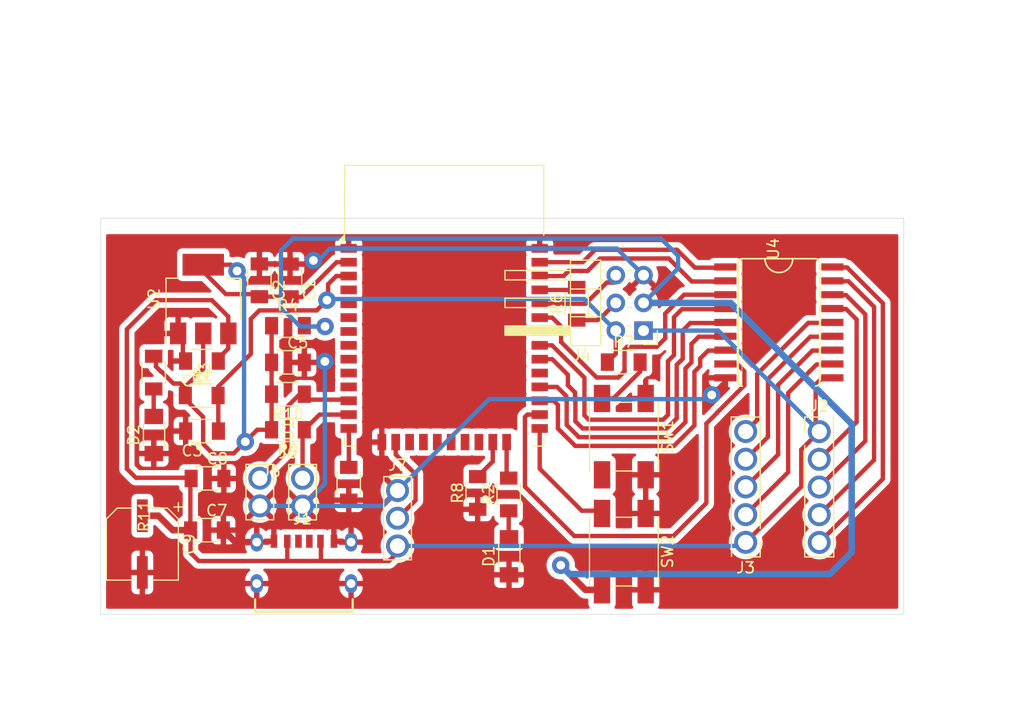
<source format=kicad_pcb>
(kicad_pcb (version 20241229) (generator "pcbnew") (generator_version "9.0")
  (layers (0 "F.Cu" signal) (2 "B.Cu" signal) (13 "F.Paste" user) (15 "B.Paste" user) (5 "F.SilkS" user "F.Silkscreen") (7 "B.SilkS" user "B.Silkscreen") (1 "F.Mask" user) (3 "B.Mask" user) (25 "Edge.Cuts" user))
  (net 0 "")
  (net 1 "PWR_GND")
  (net 2 "VDD")
  (net 3 "EN")
  (net 4 "PWR_5V")
  (net 5 "Net-(D1-A)")
  (net 6 "Net-(D2-A)")
  (net 7 "TX")
  (net 8 "OUT2")
  (net 9 "OUT3")
  (net 10 "OUT4")
  (net 11 "OUT1")
  (net 12 "OUT6")
  (net 13 "OUT7")
  (net 14 "OUT8")
  (net 15 "OUT5")
  (net 16 "Y Lim")
  (net 17 "X Lim")
  (net 18 "Servo")
  (net 19 "GPIO0")
  (net 20 "GPIO2")
  (net 21 "RX")
  (net 22 "GPIO15")
  (net 23 "IN5")
  (net 28 "IN6")
  (net 33 "IN1")
  (net 34 "IN8")
  (net 35 "IN3")
  (net 36 "IN2")
  (net 37 "IN4")
  (net 41 "IN7")
  (net 47 "GPIO12")
  (footprint "fab:SOT-223-3_TabPin2" (layer "F.Cu") (at 65.04 98.9 90)
    (property "Reference" "U2")
    (property "Value" "Regulator_Linear_3.3V_1A_DiodesIncorporated")
  )
  (footprint "Connector_PinHeader_2.54mm:PinHeader_2x03_P2.54mm_Horizontal" (layer "F.Cu") (at 105.37 101.79 180)
    (property "Reference" "J4")
    (property "Value" "Conn_02x03_Counter_Clockwise")
  )
  (footprint "fab:R_1206" (layer "F.Cu") (at 93.02 116.81 90)
    (property "Reference" "R2")
    (property "Value" "100")
  )
  (footprint "fab:R_1206" (layer "F.Cu") (at 72.8 107.62 180)
    (property "Reference" "R10")
    (property "Value" "R_1206")
  )
  (footprint "fab:PinHeader_01x05_P2.54mm_Vertical_THT_D1.4mm" (layer "F.Cu") (at 114.73 121.2 180)
    (property "Reference" "J3")
    (property "Value" "PinHeader_01x05_P2.54mm_Vertical_THT_D1.4mm")
  )
  (footprint "ULN2803:SO18L" (layer "F.Cu") (at 117.77 101.04 -90)
    (property "Reference" "U4")
    (property "Value" "ULN2803")
  )
  (footprint "fab:C_1206" (layer "F.Cu") (at 65.38 120.08)
    (property "Reference" "C7")
    (property "Value" "C_1206")
  )
  (footprint "fab:LED_1206" (layer "F.Cu") (at 60.51 111.36 90)
    (property "Reference" "D2")
    (property "Value" "Green")
  )
  (footprint "fab:PinHeader_01x03_P2.54mm_Vertical_THT_D1.4mm" (layer "F.Cu") (at 82.84 116.45)
    (property "Reference" "J7")
    (property "Value" "PinHeader_01x03_P2.54mm_Vertical_THT_D1.4mm")
  )
  (footprint "fab:C_1206" (layer "F.Cu") (at 64.92 104.58 180)
    (property "Reference" "C4")
    (property "Value" "22uF")
  )
  (footprint "fab:R_1206" (layer "F.Cu") (at 72.8 110.88 180)
    (property "Reference" "R9")
    (property "Value" "R_1206")
  )
  (footprint "fab:CP_Elec_100uF_Panasonic_EEE-FN1E101UL" (layer "F.Cu") (at 59.46 121.36 -90)
    (property "Reference" "C9")
    (property "Value" "CP_Elec_100uF_Panasonic_EEE-FN1E101UL")
  )
  (footprint "fab:PinHeader_01x02_P2.54mm_Vertical_THT_D1.4mm" (layer "F.Cu") (at 74.14 115.33)
    (property "Reference" "J5")
    (property "Value" "PinHeader_01x02_P2.54mm_Vertical_THT_D1.4mm")
  )
  (footprint "fab:R_1206" (layer "F.Cu") (at 72.8 101.34)
    (property "Reference" "R4")
    (property "Value" "10K")
  )
  (footprint "fab:LED_1206" (layer "F.Cu") (at 93.05 122.4775 90)
    (property "Reference" "D1")
    (property "Value" "Red")
  )
  (footprint "fab:C_1206" (layer "F.Cu") (at 64.93 111 180)
    (property "Reference" "C3")
    (property "Value" "C_1206")
  )
  (footprint "USB4125-GF-A_REVA2:GCT_USB4125-GF-A_REVA2" (layer "F.Cu") (at 74.26 124.18)
    (property "Reference" "J1")
    (property "Value" "USB4125-GF-A_REVA2")
  )
  (footprint "fab:R_1206" (layer "F.Cu") (at 103.56 104.68)
    (property "Reference" "R7")
    (property "Value" "0")
  )
  (footprint "fab:R_1206" (layer "F.Cu") (at 90.18 116.67 90)
    (property "Reference" "R8")
    (property "Value" "10K")
  )
  (footprint "fab:C_1206" (layer "F.Cu") (at 70.18288 97.180337 -90)
    (property "Reference" "C2")
    (property "Value" "0.1uF")
  )
  (footprint "fab:Button_Omron_B3SN_6.0x6.0mm" (layer "F.Cu") (at 103.57 122.05 -90)
    (property "Reference" "SW2")
    (property "Value" "Switch_Tactile_Omron")
  )
  (footprint "fab:C_1206" (layer "F.Cu") (at 72.8 104.7)
    (property "Reference" "C5")
    (property "Value" "22uF")
  )
  (footprint "RF_Module:ESP32-WROOM-32D" (layer "F.Cu") (at 87.11 102.5)
    (property "Reference" "U1")
    (property "Value" "ESP32-WROOM-32E")
  )
  (footprint "fab:PinHeader_01x02_P2.54mm_Vertical_THT_D1.4mm" (layer "F.Cu") (at 70.22 115.32)
    (property "Reference" "J6")
    (property "Value" "PinHeader_01x02_P2.54mm_Vertical_THT_D1.4mm")
  )
  (footprint "fab:C_1206" (layer "F.Cu") (at 72.99288 97.190337 -90)
    (property "Reference" "C1")
    (property "Value" "10uF")
  )
  (footprint "fab:PinHeader_01x05_P2.54mm_Vertical_THT_D1.4mm" (layer "F.Cu") (at 121.47 111.05)
    (property "Reference" "J2")
    (property "Value" "PinHeader_01x05_P2.54mm_Vertical_THT_D1.4mm")
  )
  (footprint "fab:R_1206" (layer "F.Cu") (at 60.5 105.64 -90)
    (property "Reference" "R3")
    (property "Value" "100")
  )
  (footprint "fab:R_1206" (layer "F.Cu") (at 64.9 107.74)
    (property "Reference" "R1")
    (property "Value" "10K")
  )
  (footprint "fab:R_1206" (layer "F.Cu") (at 99.25 99.33 90)
    (property "Reference" "R6")
    (property "Value" "0")
  )
  (footprint "fab:C_1206" (layer "F.Cu") (at 65.43 115.34)
    (property "Reference" "C8")
    (property "Value" "C_1206")
  )
  (footprint "fab:R_1206" (layer "F.Cu") (at 78.37 115.83 90)
    (property "Reference" "R11")
    (property "Value" "10K")
  )
  (footprint "fab:Button_Omron_B3SN_6.0x6.0mm" (layer "F.Cu") (at 103.57 111.51 -90)
    (property "Reference" "SW1")
    (property "Value" "Switch_Tactile_Omron")
  )
  (gr_rect (start 55.64 91.49) (end 129.21 127.79) (stroke (width 0.05)) (fill no) (layer "Edge.Cuts"))
  (segment (start 67.98 121.18) (end 66.88 120.08) (width 0.6) (layer "F.Cu") (net 1))
  (segment (start 76.69 94.25) (end 78.36 94.25) (width 0.4) (layer "F.Cu") (net 1))
  (segment (start 76.1 104.7) (end 76.18 104.62) (width 0.4) (layer "F.Cu") (net 1))
  (segment (start 75.58 95.36) (end 76.69 94.25) (width 0.4) (layer "F.Cu") (net 1))
  (segment (start 63.17 104.33) (end 63.42 104.58) (width 0.4) (layer "F.Cu") (net 1))
  (segment (start 75.13 95.36) (end 75.58 95.36) (width 0.4) (layer "F.Cu") (net 1))
  (segment (start 62.74 102.05) (end 63.17 102.48) (width 0.4) (layer "F.Cu") (net 1))
  (segment (start 112.8678 106.4422) (end 112.8678 106.12) (width 0.4) (layer "F.Cu") (net 1))
  (segment (start 63.17 102.48) (end 63.17 104.33) (width 0.4) (layer "F.Cu") (net 1))
  (segment (start 95.9 94.29) (end 95.86 94.25) (width 0.4) (layer "F.Cu") (net 1))
  (segment (start 69.94 121.18) (end 67.98 121.18) (width 0.6) (layer "F.Cu") (net 1))
  (segment (start 74.3 104.7) (end 76.1 104.7) (width 0.4) (layer "F.Cu") (net 1))
  (segment (start 111.62 107.69) (end 112.8678 106.4422) (width 0.4) (layer "F.Cu") (net 1))
  (via (at 111.62 107.69) (size 1.6) (drill 0.8) (layers "F.Cu" "B.Cu") (net 1))
  (via (at 75.13 95.36) (size 1.6) (drill 0.8) (layers "F.Cu" "B.Cu") (net 1))
  (via (at 76.18 104.62) (size 1.6) (drill 0.8) (layers "F.Cu" "B.Cu") (net 1))
  (segment (start 74.14 117.87) (end 81.42 117.87) (width 0.4) (layer "B.Cu") (net 1))
  (segment (start 76.244166 94.695834) (end 76.244166 94.66) (width 0.4) (layer "B.Cu") (net 1))
  (segment (start 76.18 115.83) (end 74.14 117.87) (width 0.4) (layer "B.Cu") (net 1))
  (segment (start 75.58 95.36) (end 76.244166 94.695834) (width 0.4) (layer "B.Cu") (net 1))
  (segment (start 75.13 95.36) (end 75.58 95.36) (width 0.4) (layer "B.Cu") (net 1))
  (segment (start 76.18 104.62) (end 76.18 115.83) (width 0.4) (layer "B.Cu") (net 1))
  (segment (start 76.244166 94.66) (end 76.634166 94.27) (width 0.4) (layer "B.Cu") (net 1))
  (segment (start 70.22 117.86) (end 74.13 117.86) (width 0.4) (layer "B.Cu") (net 1))
  (segment (start 76.634166 94.27) (end 102.93 94.27) (width 0.4) (layer "B.Cu") (net 1))
  (segment (start 111.24 108.07) (end 91.22 108.07) (width 0.4) (layer "B.Cu") (net 1))
  (segment (start 81.42 117.87) (end 82.84 116.45) (width 0.4) (layer "B.Cu") (net 1))
  (segment (start 74.13 117.86) (end 74.14 117.87) (width 0.4) (layer "B.Cu") (net 1))
  (segment (start 91.22 108.07) (end 82.84 116.45) (width 0.4) (layer "B.Cu") (net 1))
  (segment (start 102.93 94.27) (end 105.37 96.71) (width 0.4) (layer "B.Cu") (net 1))
  (segment (start 111.62 107.69) (end 111.24 108.07) (width 0.4) (layer "B.Cu") (net 1))
  (segment (start 65.03 95.76) (end 65.03 96.37) (width 0.4) (layer "F.Cu") (net 2))
  (segment (start 69.99 110.88) (end 68.89 111.98) (width 0.4) (layer "F.Cu") (net 2))
  (segment (start 65.03 96.37) (end 67.11 98.45) (width 0.4) (layer "F.Cu") (net 2))
  (segment (start 71.3 101.34) (end 71.3 110.88) (width 0.4) (layer "F.Cu") (net 2))
  (segment (start 60.5 104.14) (end 60.71 104.35) (width 0.4) (layer "F.Cu") (net 2))
  (segment (start 63.4 107.74) (end 63.42 107.72) (width 0.4) (layer "F.Cu") (net 2))
  (segment (start 74.05 98.72) (end 77.25 95.52) (width 0.4) (layer "F.Cu") (net 2))
  (segment (start 68.89 111.98) (end 67.83 113.04) (width 0.4) (layer "F.Cu") (net 2))
  (segment (start 61.22 105.56) (end 62.3 106.64) (width 0.4) (layer "F.Cu") (net 2))
  (segment (start 62.3 106.64) (end 62.91 106.64) (width 0.4) (layer "F.Cu") (net 2))
  (segment (start 72.98288 98.680337) (end 72.99288 98.690337) (width 0.4) (layer "F.Cu") (net 2))
  (segment (start 73.022543 98.72) (end 74.05 98.72) (width 0.4) (layer "F.Cu") (net 2))
  (segment (start 72.99288 98.690337) (end 73.022543 98.72) (width 0.4) (layer "F.Cu") (net 2))
  (segment (start 65.89 113.04) (end 65.03 112.18) (width 0.4) (layer "F.Cu") (net 2))
  (segment (start 62.91 106.64) (end 63.4 107.13) (width 0.4) (layer "F.Cu") (net 2))
  (segment (start 63.42 108.09) (end 63.42 107.76) (width 0.4) (layer "F.Cu") (net 2))
  (segment (start 67.11 98.45) (end 69.76 98.45) (width 0.4) (layer "F.Cu") (net 2))
  (segment (start 71.3 110.88) (end 69.99 110.88) (width 0.4) (layer "F.Cu") (net 2))
  (segment (start 61.18 105.56) (end 61.22 105.56) (width 0.4) (layer "F.Cu") (net 2))
  (segment (start 67.83 113.04) (end 65.89 113.04) (width 0.4) (layer "F.Cu") (net 2))
  (segment (start 70.18288 98.680337) (end 72.98288 98.680337) (width 0.4) (layer "F.Cu") (net 2))
  (segment (start 65.03 105.3) (end 65.03 102.06) (width 0.4) (layer "F.Cu") (net 2))
  (segment (start 69.76 98.45) (end 69.990337 98.680337) (width 0.4) (layer "F.Cu") (net 2))
  (segment (start 63.42 107.72) (end 63.42 106.91) (width 0.4) (layer "F.Cu") (net 2))
  (segment (start 65.03 102.06) (end 65.04 102.05) (width 0.4) (layer "F.Cu") (net 2))
  (segment (start 63.42 106.91) (end 65.03 105.3) (width 0.4) (layer "F.Cu") (net 2))
  (segment (start 63.42 107.76) (end 63.4 107.74) (width 0.4) (layer "F.Cu") (net 2))
  (segment (start 65.03 109.7) (end 63.42 108.09) (width 0.4) (layer "F.Cu") (net 2))
  (segment (start 60.71 105.09) (end 61.18 105.56) (width 0.4) (layer "F.Cu") (net 2))
  (segment (start 69.990337 98.680337) (end 70.18288 98.680337) (width 0.4) (layer "F.Cu") (net 2))
  (segment (start 63.4 107.13) (end 63.4 107.74) (width 0.4) (layer "F.Cu") (net 2))
  (segment (start 65.03 112.18) (end 65.03 109.7) (width 0.4) (layer "F.Cu") (net 2))
  (segment (start 65.04 95.75) (end 65.03 95.76) (width 0.4) (layer "F.Cu") (net 2))
  (segment (start 68.14 96.32) (end 67.57 95.75) (width 0.4) (layer "F.Cu") (net 2))
  (segment (start 60.71 104.35) (end 60.71 105.09) (width 0.4) (layer "F.Cu") (net 2))
  (segment (start 67.57 95.75) (end 65.04 95.75) (width 0.4) (layer "F.Cu") (net 2))
  (segment (start 77.25 95.52) (end 78.36 95.52) (width 0.4) (layer "F.Cu") (net 2))
  (via (at 68.89 111.98) (size 1.6) (drill 0.8) (layers "F.Cu" "B.Cu") (net 2))
  (via (at 68.14 96.32) (size 1.6) (drill 0.8) (layers "F.Cu" "B.Cu") (net 2))
  (segment (start 68.14 96.32) (end 68.78 96.96) (width 0.4) (layer "B.Cu") (net 2))
  (segment (start 68.78 96.96) (end 68.78 111.87) (width 0.4) (layer "B.Cu") (net 2))
  (segment (start 68.78 111.87) (end 68.89 111.98) (width 0.4) (layer "B.Cu") (net 2))
  (segment (start 69.4 100.72) (end 69.4 103.93) (width 0.4) (layer "F.Cu") (net 3))
  (segment (start 66.42 107.72) (end 66.4 107.74) (width 0.4) (layer "F.Cu") (net 3))
  (segment (start 77.228 96.79) (end 78.36 96.79) (width 0.4) (layer "F.Cu") (net 3))
  (segment (start 102.83 101.79) (end 102.83 103.91) (width 0.4) (layer "F.Cu") (net 3))
  (segment (start 76.371767 99.000234) (end 75.433 99.939) (width 0.4) (layer "F.Cu") (net 3))
  (segment (start 102.83 103.91) (end 102.06 104.68) (width 0.4) (layer "F.Cu") (net 3))
  (segment (start 105.06 105.55) (end 102.6 108.01) (width 0.4) (layer "F.Cu") (net 3))
  (segment (start 70.181 99.939) (end 69.4 100.72) (width 0.4) (layer "F.Cu") (net 3))
  (segment (start 76.48 98.892001) (end 76.48 97.538) (width 0.4) (layer "F.Cu") (net 3))
  (segment (start 75.433 99.939) (end 70.181 99.939) (width 0.4) (layer "F.Cu") (net 3))
  (segment (start 105.06 104.68) (end 105.06 105.55) (width 0.4) (layer "F.Cu") (net 3))
  (segment (start 76.371767 99.000234) (end 76.48 98.892001) (width 0.4) (layer "F.Cu") (net 3))
  (segment (start 66.42 107.76) (end 66.42 110.99) (width 0.4) (layer "F.Cu") (net 3))
  (segment (start 66.4 107.74) (end 66.42 107.76) (width 0.4) (layer "F.Cu") (net 3))
  (segment (start 66.42 110.99) (end 66.43 111) (width 0.4) (layer "F.Cu") (net 3))
  (segment (start 66.42 106.91) (end 66.42 107.72) (width 0.4) (layer "F.Cu") (net 3))
  (segment (start 76.48 97.538) (end 77.228 96.79) (width 0.4) (layer "F.Cu") (net 3))
  (segment (start 69.4 103.93) (end 66.42 106.91) (width 0.4) (layer "F.Cu") (net 3))
  (segment (start 102.6 108.01) (end 101.48 108.01) (width 0.4) (layer "F.Cu") (net 3))
  (via (at 76.371767 99.000234) (size 1.6) (drill 0.8) (layers "F.Cu" "B.Cu") (net 3))
  (segment (start 76.480001 98.892) (end 99.932 98.892) (width 0.4) (layer "B.Cu") (net 3))
  (segment (start 76.371767 99.000234) (end 76.480001 98.892) (width 0.4) (layer "B.Cu") (net 3))
  (segment (start 99.932 98.892) (end 102.83 101.79) (width 0.4) (layer "B.Cu") (net 3))
  (segment (start 67.33 103.43) (end 66.42 104.34) (width 0.4) (layer "F.Cu") (net 4))
  (segment (start 72.74 121.1) (end 72.74 122.89) (width 0.4) (layer "F.Cu") (net 4))
  (segment (start 75.82 122.84) (end 75.89 122.91) (width 0.4) (layer "F.Cu") (net 4))
  (segment (start 58.04 114.45) (end 58.87 115.28) (width 0.4) (layer "F.Cu") (net 4))
  (segment (start 63.93 115.34) (end 63.86 115.41) (width 0.4) (layer "F.Cu") (net 4))
  (segment (start 121.74 106.12) (end 122.6722 106.12) (width 0.4) (layer "F.Cu") (net 4))
  (segment (start 62.25 120.08) (end 63.88 120.08) (width 0.6) (layer "F.Cu") (net 4))
  (segment (start 63.88 122.16) (end 63.88 120.08) (width 0.4) (layer "F.Cu") (net 4))
  (segment (start 114.73 121.2) (end 119.819 116.111) (width 0.4) (layer "F.Cu") (net 4))
  (segment (start 82.05 122.91) (end 75.89 122.91) (width 0.4) (layer "F.Cu") (net 4))
  (segment (start 72.76 122.91) (end 64.63 122.91) (width 0.4) (layer "F.Cu") (net 4))
  (segment (start 67.34 102.05) (end 67.33 102.06) (width 0.4) (layer "F.Cu") (net 4))
  (segment (start 119.819 116.111) (end 119.819 112.701) (width 0.4) (layer "F.Cu") (net 4))
  (segment (start 121.14 110.72) (end 121.14 106.72) (width 0.4) (layer "F.Cu") (net 4))
  (segment (start 75.89 122.91) (end 72.76 122.91) (width 0.4) (layer "F.Cu") (net 4))
  (segment (start 60.93 118.76) (end 62.25 120.08) (width 0.6) (layer "F.Cu") (net 4))
  (segment (start 67.34 102.05) (end 67.33 102.04) (width 0.4) (layer "F.Cu") (net 4))
  (segment (start 121.47 111.05) (end 121.14 110.72) (width 0.4) (layer "F.Cu") (net 4))
  (segment (start 64.63 122.91) (end 63.88 122.16) (width 0.4) (layer "F.Cu") (net 4))
  (segment (start 67.33 102.06) (end 67.33 103.43) (width 0.4) (layer "F.Cu") (net 4))
  (segment (start 66.42 104.34) (end 66.42 104.58) (width 0.4) (layer "F.Cu") (net 4))
  (segment (start 58.87 115.28) (end 63.87 115.28) (width 0.4) (layer "F.Cu") (net 4))
  (segment (start 121.14 106.72) (end 121.74 106.12) (width 0.4) (layer "F.Cu") (net 4))
  (segment (start 58.04 101.67) (end 58.04 114.45) (width 0.4) (layer "F.Cu") (net 4))
  (segment (start 59.46 118.76) (end 60.93 118.76) (width 0.6) (layer "F.Cu") (net 4))
  (segment (start 63.86 120.06) (end 63.88 120.08) (width 0.4) (layer "F.Cu") (net 4))
  (segment (start 63.87 115.28) (end 63.93 115.34) (width 0.4) (layer "F.Cu") (net 4))
  (segment (start 82.84 121.53) (end 82.84 122.12) (width 0.4) (layer "F.Cu") (net 4))
  (segment (start 60.71 99) (end 58.04 101.67) (width 0.4) (layer "F.Cu") (net 4))
  (segment (start 67.33 100.508) (end 65.822 99) (width 0.4) (layer "F.Cu") (net 4))
  (segment (start 82.84 122.12) (end 82.05 122.91) (width 0.4) (layer "F.Cu") (net 4))
  (segment (start 67.33 102.04) (end 67.33 100.508) (width 0.4) (layer "F.Cu") (net 4))
  (segment (start 63.86 115.41) (end 63.86 120.06) (width 0.4) (layer "F.Cu") (net 4))
  (segment (start 75.82 121.14) (end 75.82 122.84) (width 0.4) (layer "F.Cu") (net 4))
  (segment (start 72.74 122.89) (end 72.76 122.91) (width 0.4) (layer "F.Cu") (net 4))
  (segment (start 119.819 112.701) (end 121.47 111.05) (width 0.4) (layer "F.Cu") (net 4))
  (segment (start 75.78 121.1) (end 75.82 121.14) (width 0.4) (layer "F.Cu") (net 4))
  (segment (start 65.822 99) (end 60.71 99) (width 0.4) (layer "F.Cu") (net 4))
  (segment (start 82.84 121.53) (end 114.4 121.53) (width 0.4) (layer "B.Cu") (net 4))
  (segment (start 105.37 101.79) (end 112.21 101.79) (width 0.4) (layer "B.Cu") (net 4))
  (segment (start 114.4 121.53) (end 114.73 121.2) (width 0.4) (layer "B.Cu") (net 4))
  (segment (start 112.21 101.79) (end 121.47 111.05) (width 0.4) (layer "B.Cu") (net 4))
  (segment (start 93.02 120.7475) (end 93.05 120.7775) (width 0.4) (layer "F.Cu") (net 5))
  (segment (start 93.02 118.31) (end 93.02 120.7475) (width 0.4) (layer "F.Cu") (net 5))
  (segment (start 60.5 109.65) (end 60.51 109.66) (width 0.4) (layer "F.Cu") (net 6))
  (segment (start 60.5 107.14) (end 60.5 109.65) (width 0.4) (layer "F.Cu") (net 6))
  (segment (start 101.16 100.83) (end 101.45 100.54) (width 0.4) (layer "F.Cu") (net 7))
  (segment (start 101.54 100.54) (end 102.83 99.25) (width 0.4) (layer "F.Cu") (net 7))
  (segment (start 95.86 98.06) (end 99.02 98.06) (width 0.4) (layer "F.Cu") (net 7))
  (segment (start 99.25 100.83) (end 101.16 100.83) (width 0.4) (layer "F.Cu") (net 7))
  (segment (start 101.45 100.54) (end 101.54 100.54) (width 0.4) (layer "F.Cu") (net 7))
  (segment (start 99.02 98.06) (end 99.25 97.83) (width 0.4) (layer "F.Cu") (net 7))
  (segment (start 126.492 113.648) (end 126.492 99.612) (width 0.4) (layer "F.Cu") (net 8))
  (segment (start 121.47 118.67) (end 126.492 113.648) (width 0.4) (layer "F.Cu") (net 8))
  (segment (start 126.492 99.612) (end 124.15 97.27) (width 0.4) (layer "F.Cu") (net 8))
  (segment (start 124.15 97.27) (end 122.7122 97.27) (width 0.4) (layer "F.Cu") (net 8))
  (segment (start 122.7122 97.27) (end 122.6722 97.23) (width 0.4) (layer "F.Cu") (net 8))
  (segment (start 125.691 100.3028) (end 123.9282 98.54) (width 0.4) (layer "F.Cu") (net 9))
  (segment (start 123.9282 98.54) (end 122.7122 98.54) (width 0.4) (layer "F.Cu") (net 9))
  (segment (start 125.691 111.909) (end 125.691 100.3028) (width 0.4) (layer "F.Cu") (net 9))
  (segment (start 121.47 116.13) (end 125.691 111.909) (width 0.4) (layer "F.Cu") (net 9))
  (segment (start 122.7122 98.54) (end 122.6722 98.5) (width 0.4) (layer "F.Cu") (net 9))
  (segment (start 124.89 110.17) (end 124.89 100.7718) (width 0.4) (layer "F.Cu") (net 10))
  (segment (start 121.47 113.59) (end 124.89 110.17) (width 0.4) (layer "F.Cu") (net 10))
  (segment (start 122.7122 99.81) (end 122.6722 99.77) (width 0.4) (layer "F.Cu") (net 10))
  (segment (start 124.89 100.7718) (end 123.9282 99.81) (width 0.4) (layer "F.Cu") (net 10))
  (segment (start 123.9282 99.81) (end 122.7122 99.81) (width 0.4) (layer "F.Cu") (net 10))
  (segment (start 121.47 121.21) (end 127.293 115.387) (width 0.4) (layer "F.Cu") (net 11))
  (segment (start 127.293 99.280214) (end 124.012786 96) (width 0.4) (layer "F.Cu") (net 11))
  (segment (start 122.7122 96) (end 122.6722 95.96) (width 0.4) (layer "F.Cu") (net 11))
  (segment (start 124.012786 96) (end 122.7122 96) (width 0.4) (layer "F.Cu") (net 11))
  (segment (start 127.293 115.387) (end 127.293 99.280214) (width 0.4) (layer "F.Cu") (net 11))
  (segment (start 120.65 102.35) (end 122.6322 102.35) (width 0.4) (layer "F.Cu") (net 12))
  (segment (start 122.6322 102.35) (end 122.6722 102.31) (width 0.4) (layer "F.Cu") (net 12))
  (segment (start 116.77 106.23) (end 120.65 102.35) (width 0.4) (layer "F.Cu") (net 12))
  (segment (start 116.77 111.54) (end 116.77 106.23) (width 0.4) (layer "F.Cu") (net 12))
  (segment (start 114.73 113.58) (end 116.77 111.54) (width 0.4) (layer "F.Cu") (net 12))
  (segment (start 122.6322 103.62) (end 122.6722 103.58) (width 0.4) (layer "F.Cu") (net 13))
  (segment (start 117.7 113.15) (end 117.7 106.76) (width 0.4) (layer "F.Cu") (net 13))
  (segment (start 117.7 106.76) (end 120.84 103.62) (width 0.4) (layer "F.Cu") (net 13))
  (segment (start 114.73 116.12) (end 117.7 113.15) (width 0.4) (layer "F.Cu") (net 13))
  (segment (start 120.84 103.62) (end 122.6322 103.62) (width 0.4) (layer "F.Cu") (net 13))
  (segment (start 118.62 107.504) (end 121.234 104.89) (width 0.4) (layer "F.Cu") (net 14))
  (segment (start 121.234 104.89) (end 122.6322 104.89) (width 0.4) (layer "F.Cu") (net 14))
  (segment (start 114.73 118.66) (end 118.62 114.77) (width 0.4) (layer "F.Cu") (net 14))
  (segment (start 122.6322 104.89) (end 122.6722 104.85) (width 0.4) (layer "F.Cu") (net 14))
  (segment (start 118.62 114.77) (end 118.62 107.504) (width 0.4) (layer "F.Cu") (net 14))
  (segment (start 120.47 101.08) (end 122.6322 101.08) (width 0.4) (layer "F.Cu") (net 15))
  (segment (start 122.6322 101.08) (end 122.6722 101.04) (width 0.4) (layer "F.Cu") (net 15))
  (segment (start 115.78 105.77) (end 120.47 101.08) (width 0.4) (layer "F.Cu") (net 15))
  (segment (start 114.73 111.04) (end 115.78 109.99) (width 0.4) (layer "F.Cu") (net 15))
  (segment (start 115.78 109.99) (end 115.78 105.77) (width 0.4) (layer "F.Cu") (net 15))
  (segment (start 74.3 110.88) (end 75.69 109.49) (width 0.4) (layer "F.Cu") (net 16))
  (segment (start 74.14 115.33) (end 74.14 111.04) (width 0.4) (layer "F.Cu") (net 16))
  (segment (start 75.69 109.49) (end 78.36 109.49) (width 0.4) (layer "F.Cu") (net 16))
  (segment (start 74.14 111.04) (end 74.3 110.88) (width 0.4) (layer "F.Cu") (net 16))
  (segment (start 73.88 107.62) (end 72.76 108.74) (width 0.4) (layer "F.Cu") (net 17))
  (segment (start 74.8 108.12) (end 78.26 108.12) (width 0.4) (layer "F.Cu") (net 17))
  (segment (start 72.76 112.78) (end 70.22 115.32) (width 0.4) (layer "F.Cu") (net 17))
  (segment (start 74.3 107.62) (end 73.88 107.62) (width 0.4) (layer "F.Cu") (net 17))
  (segment (start 78.26 108.12) (end 78.36 108.22) (width 0.4) (layer "F.Cu") (net 17))
  (segment (start 72.76 108.74) (end 72.76 112.78) (width 0.4) (layer "F.Cu") (net 17))
  (segment (start 74.3 107.62) (end 74.8 108.12) (width 0.4) (layer "F.Cu") (net 17))
  (segment (start 82.84 118.99) (end 84.491 117.339) (width 0.4) (layer "F.Cu") (net 18))
  (segment (start 84.491 114.963) (end 82.67 113.142) (width 0.4) (layer "F.Cu") (net 18))
  (segment (start 84.491 117.339) (end 84.491 114.963) (width 0.4) (layer "F.Cu") (net 18))
  (segment (start 82.67 113.142) (end 82.67 112.01) (width 0.4) (layer "F.Cu") (net 18))
  (segment (start 99.71 118.3) (end 101.32 118.3) (width 0.4) (layer "F.Cu") (net 19))
  (segment (start 95.86 110.76) (end 95.86 114.45) (width 0.4) (layer "F.Cu") (net 19))
  (segment (start 76.2 101.41) (end 74.37 101.41) (width 0.4) (layer "F.Cu") (net 19))
  (segment (start 101.32 118.3) (end 101.57 118.55) (width 0.4) (layer "F.Cu") (net 19))
  (segment (start 95.86 114.45) (end 99.71 118.3) (width 0.4) (layer "F.Cu") (net 19))
  (segment (start 100.04 125.55) (end 97.79 123.3) (width 0.6) (layer "F.Cu") (net 19))
  (segment (start 101.57 125.55) (end 100.04 125.55) (width 0.6) (layer "F.Cu") (net 19))
  (segment (start 74.37 101.41) (end 74.3 101.34) (width 0.4) (layer "F.Cu") (net 19))
  (via (at 97.79 123.3) (size 1.6) (drill 0.8) (layers "F.Cu" "B.Cu") (net 19))
  (via (at 76.2 101.41) (size 1.6) (drill 0.8) (layers "F.Cu" "B.Cu") (net 19))
  (segment (start 124.44 122.1) (end 124.44 110.34) (width 0.6) (layer "B.Cu") (net 19))
  (segment (start 73.91 101.41) (end 72.16 99.66) (width 0.4) (layer "B.Cu") (net 19))
  (segment (start 106.97 93.36) (end 108.54 94.93) (width 0.4) (layer "B.Cu") (net 19))
  (segment (start 122.43 124.11) (end 124.44 122.1) (width 0.6) (layer "B.Cu") (net 19))
  (segment (start 124.44 110.34) (end 113.35 99.25) (width 0.6) (layer "B.Cu") (net 19))
  (segment (start 98.6 124.11) (end 122.43 124.11) (width 0.6) (layer "B.Cu") (net 19))
  (segment (start 108.54 94.93) (end 108.54 96.08) (width 0.4) (layer "B.Cu") (net 19))
  (segment (start 76.2 101.41) (end 73.91 101.41) (width 0.4) (layer "B.Cu") (net 19))
  (segment (start 113.35 99.25) (end 105.37 99.25) (width 0.6) (layer "B.Cu") (net 19))
  (segment (start 108.54 96.08) (end 105.37 99.25) (width 0.4) (layer "B.Cu") (net 19))
  (segment (start 72.16 99.66) (end 72.16 94.45) (width 0.4) (layer "B.Cu") (net 19))
  (segment (start 73.25 93.36) (end 106.97 93.36) (width 0.4) (layer "B.Cu") (net 19))
  (segment (start 97.79 123.3) (end 98.6 124.11) (width 0.6) (layer "B.Cu") (net 19))
  (segment (start 72.16 94.45) (end 73.25 93.36) (width 0.4) (layer "B.Cu") (net 19))
  (segment (start 92.83 112.01) (end 92.83 115.12) (width 0.4) (layer "F.Cu") (net 20))
  (segment (start 92.83 115.12) (end 93.02 115.31) (width 0.4) (layer "F.Cu") (net 20))
  (segment (start 95.86 99.33) (end 100.06 99.33) (width 0.4) (layer "F.Cu") (net 21))
  (segment (start 100.06 99.33) (end 102 97.39) (width 0.4) (layer "F.Cu") (net 21))
  (segment (start 102.64 97.39) (end 102.83 97.2) (width 0.4) (layer "F.Cu") (net 21))
  (segment (start 102 97.39) (end 102.64 97.39) (width 0.4) (layer "F.Cu") (net 21))
  (segment (start 102.83 97.2) (end 102.83 96.71) (width 0.4) (layer "F.Cu") (net 21))
  (segment (start 91.56 113.79) (end 91.56 112.01) (width 0.4) (layer "F.Cu") (net 22))
  (segment (start 90.18 115.17) (end 91.56 113.79) (width 0.4) (layer "F.Cu") (net 22))
  (segment (start 98.44 106.807214) (end 99.101 107.468215) (width 0.4) (layer "F.Cu") (net 23))
  (segment (start 99.101 107.468215) (end 99.101 107.908216) (width 0.4) (layer "F.Cu") (net 23))
  (segment (start 112.8278 101.08) (end 112.8678 101.04) (width 0.4) (layer "F.Cu") (net 23))
  (segment (start 107.495428 110.759) (end 108.411 109.843428) (width 0.4) (layer "F.Cu") (net 23))
  (segment (start 95.86 104.41) (end 97.01 104.41) (width 0.4) (layer "F.Cu") (net 23))
  (segment (start 99.132 108.271014) (end 99.132 110.106428) (width 0.4) (layer "F.Cu") (net 23))
  (segment (start 98.44 105.84) (end 98.44 106.807214) (width 0.4) (layer "F.Cu") (net 23))
  (segment (start 108.962 101.788) (end 109.65 101.1) (width 0.4) (layer "F.Cu") (net 23))
  (segment (start 99.132 107.939216) (end 99.132 107.939223) (width 0.4) (layer "F.Cu") (net 23))
  (segment (start 108.411 109.843428) (end 108.411 104.924568) (width 0.4) (layer "F.Cu") (net 23))
  (segment (start 99.132 110.106428) (end 99.784572 110.759) (width 0.4) (layer "F.Cu") (net 23))
  (segment (start 112.0878 101.1) (end 112.1078 101.08) (width 0.4) (layer "F.Cu") (net 23))
  (segment (start 97.01 104.41) (end 98.44 105.84) (width 0.4) (layer "F.Cu") (net 23))
  (segment (start 99.784572 110.759) (end 107.495428 110.759) (width 0.4) (layer "F.Cu") (net 23))
  (segment (start 108.962 104.373569) (end 108.962 101.788) (width 0.4) (layer "F.Cu") (net 23))
  (segment (start 99.132006 107.939229) (end 99.132 108.271014) (width 0.4) (layer "F.Cu") (net 23))
  (segment (start 99.132 107.939223) (end 99.132006 107.939229) (width 0.4) (layer "F.Cu") (net 23))
  (segment (start 109.65 101.1) (end 112.0878 101.1) (width 0.4) (layer "F.Cu") (net 23))
  (segment (start 99.101 107.908216) (end 99.132 107.939216) (width 0.4) (layer "F.Cu") (net 23))
  (segment (start 112.1078 101.08) (end 112.8278 101.08) (width 0.4) (layer "F.Cu") (net 23))
  (segment (start 108.411 104.924568) (end 108.962 104.373569) (width 0.4) (layer "F.Cu") (net 23))
  (segment (start 109.212 105.256354) (end 109.763001 104.705353) (width 0.4) (layer "F.Cu") (net 28))
  (segment (start 97.45 106.95) (end 98.3 107.8) (width 0.4) (layer "F.Cu") (net 28))
  (segment (start 109.212 110.175214) (end 109.212 105.256354) (width 0.4) (layer "F.Cu") (net 28))
  (segment (start 98.331 110.438214) (end 99.452786 111.56) (width 0.4) (layer "F.Cu") (net 28))
  (segment (start 98.331 108.271001) (end 98.331 110.438214) (width 0.4) (layer "F.Cu") (net 28))
  (segment (start 112.8278 102.35) (end 112.8678 102.31) (width 0.4) (layer "F.Cu") (net 28))
  (segment (start 107.827214 111.56) (end 109.212 110.175214) (width 0.4) (layer "F.Cu") (net 28))
  (segment (start 98.3 107.8) (end 98.3 108.24) (width 0.4) (layer "F.Cu") (net 28))
  (segment (start 99.452786 111.56) (end 107.827214 111.56) (width 0.4) (layer "F.Cu") (net 28))
  (segment (start 95.86 106.95) (end 97.45 106.95) (width 0.4) (layer "F.Cu") (net 28))
  (segment (start 109.763001 104.705353) (end 109.763001 103.016999) (width 0.4) (layer "F.Cu") (net 28))
  (segment (start 109.763001 103.016999) (end 110.43 102.35) (width 0.4) (layer "F.Cu") (net 28))
  (segment (start 110.43 102.35) (end 112.8278 102.35) (width 0.4) (layer "F.Cu") (net 28))
  (segment (start 98.3 108.24) (end 98.331 108.271001) (width 0.4) (layer "F.Cu") (net 28))
  (segment (start 112.0878 96.02) (end 112.1078 96) (width 0.4) (layer "F.Cu") (net 33))
  (segment (start 99.8 95.52) (end 100.94 94.38) (width 0.4) (layer "F.Cu") (net 33))
  (segment (start 110.08 96.02) (end 112.0878 96.02) (width 0.4) (layer "F.Cu") (net 33))
  (segment (start 108.44 94.38) (end 110.08 96.02) (width 0.4) (layer "F.Cu") (net 33))
  (segment (start 112.8278 96) (end 112.8678 95.96) (width 0.4) (layer "F.Cu") (net 33))
  (segment (start 95.86 95.52) (end 99.8 95.52) (width 0.4) (layer "F.Cu") (net 33))
  (segment (start 100.94 94.38) (end 108.44 94.38) (width 0.4) (layer "F.Cu") (net 33))
  (segment (start 112.1078 96) (end 112.8278 96) (width 0.4) (layer "F.Cu") (net 33))
  (segment (start 114.61 105.514) (end 114.61 106.806) (width 0.4) (layer "F.Cu") (net 34))
  (segment (start 111.13 117.6) (end 108.11 120.62) (width 0.4) (layer "F.Cu") (net 34))
  (segment (start 108.11 120.62) (end 99.03 120.62) (width 0.4) (layer "F.Cu") (net 34))
  (segment (start 112.9078 104.89) (end 113.986 104.89) (width 0.4) (layer "F.Cu") (net 34))
  (segment (start 111.13 110.31) (end 111.13 117.6) (width 0.4) (layer "F.Cu") (net 34))
  (segment (start 112.8678 104.85) (end 112.9078 104.89) (width 0.4) (layer "F.Cu") (net 34))
  (segment (start 94.509 116.099) (end 94.509 109.709) (width 0.4) (layer "F.Cu") (net 34))
  (segment (start 94.509 109.709) (end 94.728 109.49) (width 0.4) (layer "F.Cu") (net 34))
  (segment (start 94.728 109.49) (end 95.86 109.49) (width 0.4) (layer "F.Cu") (net 34))
  (segment (start 112.116 109.324) (end 111.13 110.31) (width 0.4) (layer "F.Cu") (net 34))
  (segment (start 99.03 120.62) (end 94.509 116.099) (width 0.4) (layer "F.Cu") (net 34))
  (segment (start 114.61 106.806) (end 112.116 109.3) (width 0.4) (layer "F.Cu") (net 34))
  (segment (start 112.116 109.3) (end 112.116 109.324) (width 0.4) (layer "F.Cu") (net 34))
  (segment (start 113.986 104.89) (end 114.61 105.514) (width 0.4) (layer "F.Cu") (net 34))
  (segment (start 103.859 103.279) (end 106.581 103.279) (width 0.4) (layer "F.Cu") (net 35))
  (segment (start 97.01 100.6) (end 97.82 101.41) (width 0.4) (layer "F.Cu") (net 35))
  (segment (start 103.63 105.391) (end 103.631 105.39) (width 0.4) (layer "F.Cu") (net 35))
  (segment (start 97.82 102.835214) (end 101.074786 106.09) (width 0.4) (layer "F.Cu") (net 35))
  (segment (start 107.36 100.227214) (end 109.087214 98.5) (width 0.4) (layer "F.Cu") (net 35))
  (segment (start 95.86 100.6) (end 97.01 100.6) (width 0.4) (layer "F.Cu") (net 35))
  (segment (start 103.631 105.39) (end 103.631 103.507) (width 0.4) (layer "F.Cu") (net 35))
  (segment (start 101.074786 106.09) (end 103.065214 106.09) (width 0.4) (layer "F.Cu") (net 35))
  (segment (start 103.631 103.507) (end 103.859 103.279) (width 0.4) (layer "F.Cu") (net 35))
  (segment (start 106.581 103.279) (end 107.36 102.5) (width 0.4) (layer "F.Cu") (net 35))
  (segment (start 109.087214 98.5) (end 112.8678 98.5) (width 0.4) (layer "F.Cu") (net 35))
  (segment (start 103.63 105.525214) (end 103.63 105.391) (width 0.4) (layer "F.Cu") (net 35))
  (segment (start 107.36 102.5) (end 107.36 100.227214) (width 0.4) (layer "F.Cu") (net 35))
  (segment (start 103.065214 106.09) (end 103.63 105.525214) (width 0.4) (layer "F.Cu") (net 35))
  (segment (start 97.82 101.41) (end 97.82 102.835214) (width 0.4) (layer "F.Cu") (net 35))
  (segment (start 101.389 95.181) (end 107.6906 95.181) (width 0.4) (layer "F.Cu") (net 36))
  (segment (start 98.041 96.79) (end 98.51 96.321) (width 0.4) (layer "F.Cu") (net 36))
  (segment (start 112.8278 97.27) (end 112.8678 97.23) (width 0.4) (layer "F.Cu") (net 36))
  (segment (start 112.1078 97.27) (end 112.8278 97.27) (width 0.4) (layer "F.Cu") (net 36))
  (segment (start 112.0878 97.29) (end 112.1078 97.27) (width 0.4) (layer "F.Cu") (net 36))
  (segment (start 95.86 96.79) (end 98.041 96.79) (width 0.4) (layer "F.Cu") (net 36))
  (segment (start 107.6906 95.181) (end 109.7996 97.29) (width 0.4) (layer "F.Cu") (net 36))
  (segment (start 98.51 96.321) (end 100.249 96.321) (width 0.4) (layer "F.Cu") (net 36))
  (segment (start 100.249 96.321) (end 101.389 95.181) (width 0.4) (layer "F.Cu") (net 36))
  (segment (start 109.7996 97.29) (end 112.0878 97.29) (width 0.4) (layer "F.Cu") (net 36))
  (segment (start 112.1078 99.81) (end 112.8278 99.81) (width 0.4) (layer "F.Cu") (net 37))
  (segment (start 108.89 99.83) (end 112.0878 99.83) (width 0.4) (layer "F.Cu") (net 37))
  (segment (start 99.96 106.108) (end 99.96 109.56) (width 0.4) (layer "F.Cu") (net 37))
  (segment (start 99.96 109.56) (end 100.358 109.958) (width 0.4) (layer "F.Cu") (net 37))
  (segment (start 108.161 100.559) (end 108.89 99.83) (width 0.4) (layer "F.Cu") (net 37))
  (segment (start 107.61 109.511642) (end 107.61 104.592783) (width 0.4) (layer "F.Cu") (net 37))
  (segment (start 108.161 104.041785) (end 108.161 100.559) (width 0.4) (layer "F.Cu") (net 37))
  (segment (start 96.992 103.14) (end 99.96 106.108) (width 0.4) (layer "F.Cu") (net 37))
  (segment (start 112.8278 99.81) (end 112.8678 99.77) (width 0.4) (layer "F.Cu") (net 37))
  (segment (start 100.358 109.958) (end 107.163642 109.958) (width 0.4) (layer "F.Cu") (net 37))
  (segment (start 112.0878 99.83) (end 112.1078 99.81) (width 0.4) (layer "F.Cu") (net 37))
  (segment (start 107.163642 109.958) (end 107.61 109.511642) (width 0.4) (layer "F.Cu") (net 37))
  (segment (start 107.61 104.592783) (end 108.161 104.041785) (width 0.4) (layer "F.Cu") (net 37))
  (segment (start 95.86 103.14) (end 96.992 103.14) (width 0.4) (layer "F.Cu") (net 37))
  (segment (start 97.53 110.77) (end 99.121 112.361) (width 0.4) (layer "F.Cu") (net 41))
  (segment (start 97.53 108.602786) (end 97.53 110.77) (width 0.4) (layer "F.Cu") (net 41))
  (segment (start 110.564001 105.037138) (end 110.564001 104.347799) (width 0.4) (layer "F.Cu") (net 41))
  (segment (start 112.8278 103.62) (end 112.8678 103.58) (width 0.4) (layer "F.Cu") (net 41))
  (segment (start 110.03557 105.56557) (end 110.564001 105.037138) (width 0.4) (layer "F.Cu") (net 41))
  (segment (start 110.03557 110.48443) (end 110.03557 105.56557) (width 0.4) (layer "F.Cu") (net 41))
  (segment (start 110.564001 104.347799) (end 111.2918 103.62) (width 0.4) (layer "F.Cu") (net 41))
  (segment (start 95.86 108.22) (end 97.147214 108.22) (width 0.4) (layer "F.Cu") (net 41))
  (segment (start 111.2918 103.62) (end 112.8278 103.62) (width 0.4) (layer "F.Cu") (net 41))
  (segment (start 108.159 112.361) (end 110.03557 110.48443) (width 0.4) (layer "F.Cu") (net 41))
  (segment (start 99.121 112.361) (end 108.159 112.361) (width 0.4) (layer "F.Cu") (net 41))
  (segment (start 97.147214 108.22) (end 97.53 108.602786) (width 0.4) (layer "F.Cu") (net 41))
  (segment (start 78.37 114.33) (end 78.38 114.32) (width 0.4) (layer "F.Cu") (net 47))
  (segment (start 78.38 114.32) (end 78.38 110.78) (width 0.4) (layer "F.Cu") (net 47))
  (segment (start 78.38 110.78) (end 78.36 110.76) (width 0.4) (layer "F.Cu") (net 47))
  (zone (net 1) (net_name "PWR_GND") (layer "F.Cu") (connect_pads (clearance 0.5)) (min_thickness 0.25) (fill yes (thermal_gap 0.5) (thermal_bridge_width 0.5))
    (polygon (pts (xy 55.64 92.95) (xy 129.06 92.95) (xy 129.06 127.79) (xy 55.64 127.79)))
  )
)
</source>
